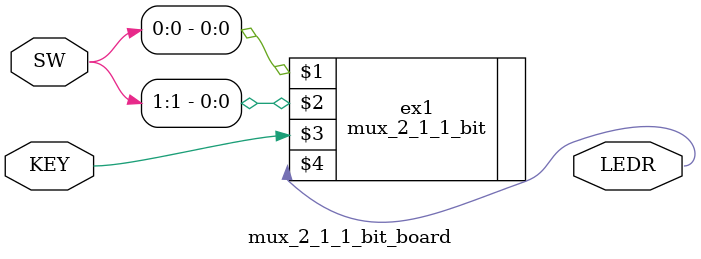
<source format=v>
module mux_2_1_1_bit_board(
	input [1:0] SW, input [0:0]KEY,
	output [0:0]LEDR);
	
	mux_2_1_1_bit ex1(SW[0], SW[1], KEY[0], LEDR[0]);
	
endmodule
</source>
